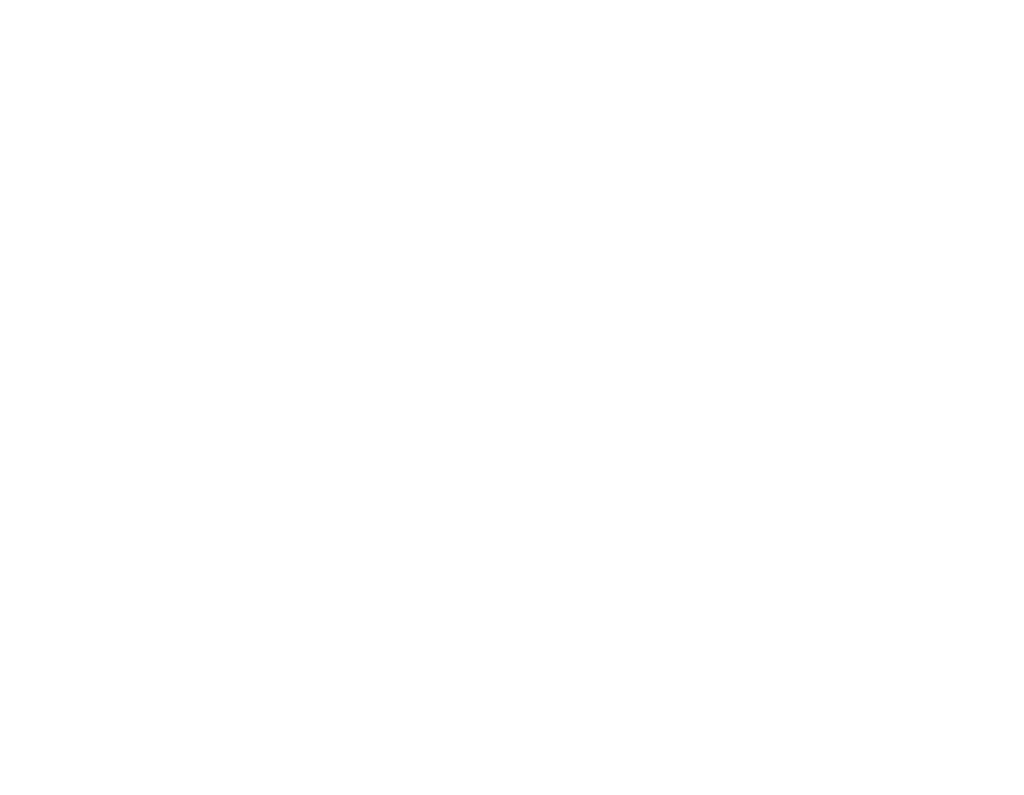
<source format=kicad_pcb>
(kicad_pcb (version 20171130) (host pcbnew "(5.1.10)-1")

  (general
    (thickness 1.6)
    (drawings 62)
    (tracks 0)
    (zones 0)
    (modules 0)
    (nets 1)
  )

  (page A)
  (title_block
    (title "OCTOPUX BOX HOLE LAYOUTS")
    (date 2021-09-04)
  )

  (layers
    (0 F.Cu signal)
    (31 B.Cu signal)
    (32 B.Adhes user)
    (33 F.Adhes user)
    (34 B.Paste user)
    (35 F.Paste user)
    (36 B.SilkS user)
    (37 F.SilkS user)
    (38 B.Mask user)
    (39 F.Mask user)
    (40 Dwgs.User user)
    (41 Cmts.User user)
    (42 Eco1.User user)
    (43 Eco2.User user)
    (44 Edge.Cuts user)
    (45 Margin user)
    (46 B.CrtYd user)
    (47 F.CrtYd user)
    (48 B.Fab user)
    (49 F.Fab user)
  )

  (setup
    (last_trace_width 0.25)
    (trace_clearance 0.2)
    (zone_clearance 0.508)
    (zone_45_only no)
    (trace_min 0.2)
    (via_size 0.8)
    (via_drill 0.4)
    (via_min_size 0.4)
    (via_min_drill 0.3)
    (uvia_size 0.3)
    (uvia_drill 0.1)
    (uvias_allowed no)
    (uvia_min_size 0.2)
    (uvia_min_drill 0.1)
    (edge_width 0.05)
    (segment_width 0.2)
    (pcb_text_width 0.3)
    (pcb_text_size 1.5 1.5)
    (mod_edge_width 0.12)
    (mod_text_size 1 1)
    (mod_text_width 0.15)
    (pad_size 1.524 1.524)
    (pad_drill 0.762)
    (pad_to_mask_clearance 0)
    (aux_axis_origin 0 0)
    (visible_elements 7FFFFFFF)
    (pcbplotparams
      (layerselection 0x010fc_ffffffff)
      (usegerberextensions false)
      (usegerberattributes true)
      (usegerberadvancedattributes true)
      (creategerberjobfile true)
      (excludeedgelayer true)
      (linewidth 0.100000)
      (plotframeref false)
      (viasonmask false)
      (mode 1)
      (useauxorigin false)
      (hpglpennumber 1)
      (hpglpenspeed 20)
      (hpglpendiameter 15.000000)
      (psnegative false)
      (psa4output false)
      (plotreference true)
      (plotvalue true)
      (plotinvisibletext false)
      (padsonsilk false)
      (subtractmaskfromsilk false)
      (outputformat 1)
      (mirror false)
      (drillshape 1)
      (scaleselection 1)
      (outputdirectory ""))
  )

  (net 0 "")

  (net_class Default "This is the default net class."
    (clearance 0.2)
    (trace_width 0.25)
    (via_dia 0.8)
    (via_drill 0.4)
    (uvia_dia 0.3)
    (uvia_drill 0.1)
  )

  (gr_text "10 mA" (at 153.67 135.89) (layer Dwgs.User) (tstamp 6134FBD9)
    (effects (font (size 2.54 2.54) (thickness 0.635)))
  )
  (gr_text "1 mA" (at 153.67 125.095) (layer Dwgs.User) (tstamp 6134FBCB)
    (effects (font (size 2.54 2.54) (thickness 0.635)))
  )
  (gr_circle (center 153.67 130.81) (end 154.94 132.08) (layer Dwgs.User) (width 0.15))
  (gr_line (start 60.325 130.81) (end 218.44 130.81) (layer Dwgs.User) (width 0.15))
  (gr_line (start 56.515 59.055) (end 217.805 59.055) (layer Dwgs.User) (width 0.15))
  (dimension 25.4 (width 0.15) (layer Dwgs.User)
    (gr_text "1.0000 in" (at 96.52 93.375) (layer Dwgs.User)
      (effects (font (size 1 1) (thickness 0.15)))
    )
    (feature1 (pts (xy 83.82 59.055) (xy 83.82 92.661421)))
    (feature2 (pts (xy 109.22 59.055) (xy 109.22 92.661421)))
    (crossbar (pts (xy 109.22 92.075) (xy 83.82 92.075)))
    (arrow1a (pts (xy 83.82 92.075) (xy 84.946504 91.488579)))
    (arrow1b (pts (xy 83.82 92.075) (xy 84.946504 92.661421)))
    (arrow2a (pts (xy 109.22 92.075) (xy 108.093496 91.488579)))
    (arrow2b (pts (xy 109.22 92.075) (xy 108.093496 92.661421)))
  )
  (dimension 27.94 (width 0.15) (layer Dwgs.User)
    (gr_text "1.1000 in" (at 123.19 93.375) (layer Dwgs.User)
      (effects (font (size 1 1) (thickness 0.15)))
    )
    (feature1 (pts (xy 109.22 59.69) (xy 109.22 92.661421)))
    (feature2 (pts (xy 137.16 59.69) (xy 137.16 92.661421)))
    (crossbar (pts (xy 137.16 92.075) (xy 109.22 92.075)))
    (arrow1a (pts (xy 109.22 92.075) (xy 110.346504 91.488579)))
    (arrow1b (pts (xy 109.22 92.075) (xy 110.346504 92.661421)))
    (arrow2a (pts (xy 137.16 92.075) (xy 136.033496 91.488579)))
    (arrow2b (pts (xy 137.16 92.075) (xy 136.033496 92.661421)))
  )
  (dimension 21.59 (width 0.15) (layer Dwgs.User)
    (gr_text "0.8500 in" (at 147.955 93.375) (layer Dwgs.User)
      (effects (font (size 1 1) (thickness 0.15)))
    )
    (feature1 (pts (xy 137.16 59.69) (xy 137.16 92.661421)))
    (feature2 (pts (xy 158.75 59.69) (xy 158.75 92.661421)))
    (crossbar (pts (xy 158.75 92.075) (xy 137.16 92.075)))
    (arrow1a (pts (xy 137.16 92.075) (xy 138.286504 91.488579)))
    (arrow1b (pts (xy 137.16 92.075) (xy 138.286504 92.661421)))
    (arrow2a (pts (xy 158.75 92.075) (xy 157.623496 91.488579)))
    (arrow2b (pts (xy 158.75 92.075) (xy 157.623496 92.661421)))
  )
  (dimension 44.45 (width 0.15) (layer Dwgs.User)
    (gr_text "1.7500 in" (at 180.975 93.375) (layer Dwgs.User)
      (effects (font (size 1 1) (thickness 0.15)))
    )
    (feature1 (pts (xy 158.75 68.58) (xy 158.75 92.661421)))
    (feature2 (pts (xy 203.2 68.58) (xy 203.2 92.661421)))
    (crossbar (pts (xy 203.2 92.075) (xy 158.75 92.075)))
    (arrow1a (pts (xy 158.75 92.075) (xy 159.876504 91.488579)))
    (arrow1b (pts (xy 158.75 92.075) (xy 159.876504 92.661421)))
    (arrow2a (pts (xy 203.2 92.075) (xy 202.073496 91.488579)))
    (arrow2b (pts (xy 203.2 92.075) (xy 202.073496 92.661421)))
  )
  (dimension 11.43 (width 0.15) (layer Dwgs.User)
    (gr_text "0.4500 in" (at 208.915 93.375) (layer Dwgs.User)
      (effects (font (size 1 1) (thickness 0.15)))
    )
    (feature1 (pts (xy 203.2 68.58) (xy 203.2 92.661421)))
    (feature2 (pts (xy 214.63 68.58) (xy 214.63 92.661421)))
    (crossbar (pts (xy 214.63 92.075) (xy 203.2 92.075)))
    (arrow1a (pts (xy 203.2 92.075) (xy 204.326504 91.488579)))
    (arrow1b (pts (xy 203.2 92.075) (xy 204.326504 92.661421)))
    (arrow2a (pts (xy 214.63 92.075) (xy 213.503496 91.488579)))
    (arrow2b (pts (xy 214.63 92.075) (xy 213.503496 92.661421)))
  )
  (gr_line (start 137.16 63.5) (end 137.16 53.975) (layer Dwgs.User) (width 0.15))
  (gr_line (start 130.175 59.055) (end 142.875 59.055) (layer Dwgs.User) (width 0.15))
  (dimension 26.67 (width 0.15) (layer Dwgs.User)
    (gr_text "1.0500 in" (at 55.215 72.39 90) (layer Dwgs.User)
      (effects (font (size 2.54 2.54) (thickness 0.635)))
    )
    (feature1 (pts (xy 59.69 59.055) (xy 55.928579 59.055)))
    (feature2 (pts (xy 59.69 85.725) (xy 55.928579 85.725)))
    (crossbar (pts (xy 56.515 85.725) (xy 56.515 59.055)))
    (arrow1a (pts (xy 56.515 59.055) (xy 57.101421 60.181504)))
    (arrow1b (pts (xy 56.515 59.055) (xy 55.928579 60.181504)))
    (arrow2a (pts (xy 56.515 85.725) (xy 57.101421 84.598496)))
    (arrow2b (pts (xy 56.515 85.725) (xy 55.928579 84.598496)))
  )
  (gr_line (start 203.2 68.58) (end 203.2 49.53) (layer Dwgs.User) (width 0.635) (tstamp 613369E4))
  (gr_line (start 158.75 68.58) (end 203.2 68.58) (layer Dwgs.User) (width 0.635) (tstamp 61336997))
  (gr_line (start 158.75 68.58) (end 158.75 49.53) (layer Dwgs.User) (width 0.635) (tstamp 61336993))
  (gr_line (start 203.2 68.58) (end 158.75 68.58) (layer Dwgs.User) (width 0.15))
  (gr_line (start 158.75 49.53) (end 203.2 49.53) (layer Dwgs.User) (width 0.635))
  (gr_text "OCTOPUS TESTER" (at 105.41 130.81) (layer Dwgs.User) (tstamp 613368CF)
    (effects (font (size 3.81 3.81) (thickness 0.9525)))
  )
  (dimension 53.34 (width 0.15) (layer Dwgs.User)
    (gr_text "2.1000 in" (at 47.595 130.81 90) (layer Dwgs.User)
      (effects (font (size 2.54 2.54) (thickness 0.635)))
    )
    (feature1 (pts (xy 53.34 104.14) (xy 48.308579 104.14)))
    (feature2 (pts (xy 53.34 157.48) (xy 48.308579 157.48)))
    (crossbar (pts (xy 48.895 157.48) (xy 48.895 104.14)))
    (arrow1a (pts (xy 48.895 104.14) (xy 49.481421 105.266504)))
    (arrow1b (pts (xy 48.895 104.14) (xy 48.308579 105.266504)))
    (arrow2a (pts (xy 48.895 157.48) (xy 49.481421 156.353496)))
    (arrow2b (pts (xy 48.895 157.48) (xy 48.308579 156.353496)))
  )
  (dimension 53.34 (width 0.15) (layer Dwgs.User)
    (gr_text "2.1000 in" (at 48.11 59.055 90) (layer Dwgs.User)
      (effects (font (size 2.54 2.54) (thickness 0.635)))
    )
    (feature1 (pts (xy 55.88 32.385) (xy 50.848579 32.385)))
    (feature2 (pts (xy 55.88 85.725) (xy 50.848579 85.725)))
    (crossbar (pts (xy 51.435 85.725) (xy 51.435 32.385)))
    (arrow1a (pts (xy 51.435 32.385) (xy 52.021421 33.511504)))
    (arrow1b (pts (xy 51.435 32.385) (xy 50.848579 33.511504)))
    (arrow2a (pts (xy 51.435 85.725) (xy 52.021421 84.598496)))
    (arrow2b (pts (xy 51.435 85.725) (xy 50.848579 84.598496)))
  )
  (dimension 152.4 (width 0.15) (layer Dwgs.User)
    (gr_text "6.0000 in" (at 138.43 20.29) (layer Dwgs.User)
      (effects (font (size 2.54 2.54) (thickness 0.635)))
    )
    (feature1 (pts (xy 214.63 30.48) (xy 214.63 21.003579)))
    (feature2 (pts (xy 62.23 30.48) (xy 62.23 21.003579)))
    (crossbar (pts (xy 62.23 21.59) (xy 214.63 21.59)))
    (arrow1a (pts (xy 214.63 21.59) (xy 213.503496 22.176421)))
    (arrow1b (pts (xy 214.63 21.59) (xy 213.503496 21.003579)))
    (arrow2a (pts (xy 62.23 21.59) (xy 63.356504 22.176421)))
    (arrow2b (pts (xy 62.23 21.59) (xy 63.356504 21.003579)))
  )
  (gr_line (start 214.63 32.385) (end 214.63 85.725) (layer Dwgs.User) (width 0.635) (tstamp 613367F2))
  (gr_line (start 214.63 104.14) (end 214.63 157.48) (layer Dwgs.User) (width 0.635) (tstamp 613367E4))
  (gr_line (start 62.23 104.14) (end 62.23 157.48) (layer Dwgs.User) (width 0.635) (tstamp 613367DC))
  (gr_line (start 62.23 32.385) (end 62.23 85.725) (layer Dwgs.User) (width 0.635) (tstamp 613367C7))
  (gr_line (start 62.23 157.48) (end 214.63 157.48) (layer Dwgs.User) (width 0.635) (tstamp 6133679B))
  (gr_line (start 62.23 104.14) (end 214.63 104.14) (layer Dwgs.User) (width 0.635) (tstamp 61336790))
  (gr_line (start 62.23 85.725) (end 214.63 85.725) (layer Dwgs.User) (width 0.635) (tstamp 61336782))
  (gr_line (start 62.23 32.385) (end 214.63 32.385) (layer Dwgs.User) (width 0.635))
  (dimension 26.67 (width 0.15) (layer Dwgs.User)
    (gr_text "1.0500 in" (at 52.555 144.145 90) (layer Dwgs.User)
      (effects (font (size 2.54 2.54) (thickness 0.635)))
    )
    (feature1 (pts (xy 60.325 130.81) (xy 55.293579 130.81)))
    (feature2 (pts (xy 60.325 157.48) (xy 55.293579 157.48)))
    (crossbar (pts (xy 55.88 157.48) (xy 55.88 130.81)))
    (arrow1a (pts (xy 55.88 130.81) (xy 56.466421 131.936504)))
    (arrow1b (pts (xy 55.88 130.81) (xy 55.293579 131.936504)))
    (arrow2a (pts (xy 55.88 157.48) (xy 56.466421 156.353496)))
    (arrow2b (pts (xy 55.88 157.48) (xy 55.293579 156.353496)))
  )
  (gr_text "FRONT OF BOX" (at 137.16 99.06) (layer Dwgs.User) (tstamp 61336593)
    (effects (font (size 2.54 2.54) (thickness 0.635) italic))
  )
  (gr_text "BACK OF BOX" (at 137.795 27.94) (layer Dwgs.User)
    (effects (font (size 2.54 2.54) (thickness 0.635) italic))
  )
  (gr_text FUSE (at 137.16 66.04) (layer Dwgs.User) (tstamp 613364E2)
    (effects (font (size 2.54 2.54) (thickness 0.635)))
  )
  (gr_circle (center 137.16 59.055) (end 140.335 59.055) (layer Dwgs.User) (width 0.635))
  (dimension 44.45 (width 0.15) (layer Dwgs.User)
    (gr_text "1.7500 in" (at 180.975 36.68) (layer Dwgs.User)
      (effects (font (size 2.54 2.54) (thickness 0.635)))
    )
    (feature1 (pts (xy 203.2 48.26) (xy 203.2 39.418579)))
    (feature2 (pts (xy 158.75 48.26) (xy 158.75 39.418579)))
    (crossbar (pts (xy 158.75 40.005) (xy 203.2 40.005)))
    (arrow1a (pts (xy 203.2 40.005) (xy 202.073496 40.591421)))
    (arrow1b (pts (xy 203.2 40.005) (xy 202.073496 39.418579)))
    (arrow2a (pts (xy 158.75 40.005) (xy 159.876504 40.591421)))
    (arrow2b (pts (xy 158.75 40.005) (xy 159.876504 39.418579)))
  )
  (dimension 25.4 (width 0.15) (layer Dwgs.User)
    (gr_text "1.0000 in" (at 96.52 53.945) (layer Dwgs.User)
      (effects (font (size 1 1) (thickness 0.15)))
    )
    (feature1 (pts (xy 109.22 59.055) (xy 109.22 54.658579)))
    (feature2 (pts (xy 83.82 59.055) (xy 83.82 54.658579)))
    (crossbar (pts (xy 83.82 55.245) (xy 109.22 55.245)))
    (arrow1a (pts (xy 109.22 55.245) (xy 108.093496 55.831421)))
    (arrow1b (pts (xy 109.22 55.245) (xy 108.093496 54.658579)))
    (arrow2a (pts (xy 83.82 55.245) (xy 84.946504 55.831421)))
    (arrow2b (pts (xy 83.82 55.245) (xy 84.946504 54.658579)))
  )
  (gr_line (start 189.865 130.81) (end 188.595 130.81) (layer Dwgs.User) (width 0.15) (tstamp 6133611F))
  (gr_line (start 169.545 129.54) (end 169.545 130.81) (layer Dwgs.User) (width 0.15) (tstamp 6133611D))
  (gr_line (start 187.325 130.81) (end 189.865 130.81) (layer Dwgs.User) (width 0.15) (tstamp 6133611E))
  (gr_line (start 169.545 130.81) (end 169.545 132.08) (layer Dwgs.User) (width 0.15) (tstamp 6133611C))
  (dimension 19.05 (width 0.15) (layer Dwgs.User) (tstamp 61336124)
    (gr_text "0.7500 in" (at 179.07 125.7) (layer Dwgs.User) (tstamp 61336124)
      (effects (font (size 1 1) (thickness 0.15)))
    )
    (feature1 (pts (xy 188.595 130.81) (xy 188.595 126.413579)))
    (feature2 (pts (xy 169.545 130.81) (xy 169.545 126.413579)))
    (crossbar (pts (xy 169.545 127) (xy 188.595 127)))
    (arrow1a (pts (xy 188.595 127) (xy 187.468496 127.586421)))
    (arrow1b (pts (xy 188.595 127) (xy 187.468496 126.413579)))
    (arrow2a (pts (xy 169.545 127) (xy 170.671504 127.586421)))
    (arrow2b (pts (xy 169.545 127) (xy 170.671504 126.413579)))
  )
  (gr_circle (center 188.595 130.81) (end 189.865 130.81) (layer Dwgs.User) (width 0.15) (tstamp 61336120))
  (gr_line (start 169.545 132.08) (end 169.545 130.81) (layer Dwgs.User) (width 0.15) (tstamp 61336122))
  (gr_line (start 188.595 132.08) (end 188.595 130.81) (layer Dwgs.User) (width 0.15) (tstamp 61336121))
  (gr_line (start 168.275 130.81) (end 170.815 130.81) (layer Dwgs.User) (width 0.15) (tstamp 61336123))
  (gr_line (start 188.595 130.81) (end 188.595 132.08) (layer Dwgs.User) (width 0.15) (tstamp 6133611A))
  (gr_circle (center 169.545 130.81) (end 170.815 130.81) (layer Dwgs.User) (width 0.15) (tstamp 6133611B))
  (gr_text "X            Y\nBNC JACKS" (at 96.52 65.405) (layer Dwgs.User) (tstamp 613360E6)
    (effects (font (size 2.54 2.54) (thickness 0.635)))
  )
  (gr_line (start 83.82 60.325) (end 83.82 59.055) (layer Dwgs.User) (width 0.15) (tstamp 613360E5))
  (gr_line (start 82.55 59.055) (end 85.09 59.055) (layer Dwgs.User) (width 0.15) (tstamp 613360E4))
  (gr_line (start 109.22 60.325) (end 109.22 59.055) (layer Dwgs.User) (width 0.15) (tstamp 613360E3))
  (gr_circle (center 109.22 59.055) (end 110.49 59.055) (layer Dwgs.User) (width 0.15) (tstamp 613360E0))
  (gr_line (start 107.95 59.055) (end 110.49 59.055) (layer Dwgs.User) (width 0.15) (tstamp 613360DF))
  (gr_circle (center 83.82 59.055) (end 85.09 59.055) (layer Dwgs.User) (width 0.15) (tstamp 613360DE))
  (gr_line (start 110.49 59.055) (end 109.22 59.055) (layer Dwgs.User) (width 0.15) (tstamp 613360DD))
  (gr_line (start 109.22 59.055) (end 109.22 60.325) (layer Dwgs.User) (width 0.15) (tstamp 613360DC))
  (gr_line (start 83.82 59.055) (end 83.82 60.325) (layer Dwgs.User) (width 0.15) (tstamp 613360DB))
  (gr_line (start 83.82 57.785) (end 83.82 59.055) (layer Dwgs.User) (width 0.15) (tstamp 613360DA))
  (gr_text "AC JACK" (at 181.61 78.74) (layer Dwgs.User)
    (effects (font (size 2.54 2.54) (thickness 0.635)))
  )
  (gr_text "-        +\nBANANA JACKS" (at 179.07 139.065) (layer Dwgs.User)
    (effects (font (size 2.54 2.54) (thickness 0.635)))
  )
  (dimension 19.05 (width 0.15) (layer Dwgs.User)
    (gr_text "0.7500 in" (at 149.83 59.055 90) (layer Dwgs.User)
      (effects (font (size 2.54 2.54) (thickness 0.635)))
    )
    (feature1 (pts (xy 157.48 49.53) (xy 150.543579 49.53)))
    (feature2 (pts (xy 157.48 68.58) (xy 150.543579 68.58)))
    (crossbar (pts (xy 151.13 68.58) (xy 151.13 49.53)))
    (arrow1a (pts (xy 151.13 49.53) (xy 151.716421 50.656504)))
    (arrow1b (pts (xy 151.13 49.53) (xy 150.543579 50.656504)))
    (arrow2a (pts (xy 151.13 68.58) (xy 151.716421 67.453496)))
    (arrow2b (pts (xy 151.13 68.58) (xy 150.543579 67.453496)))
  )

)

</source>
